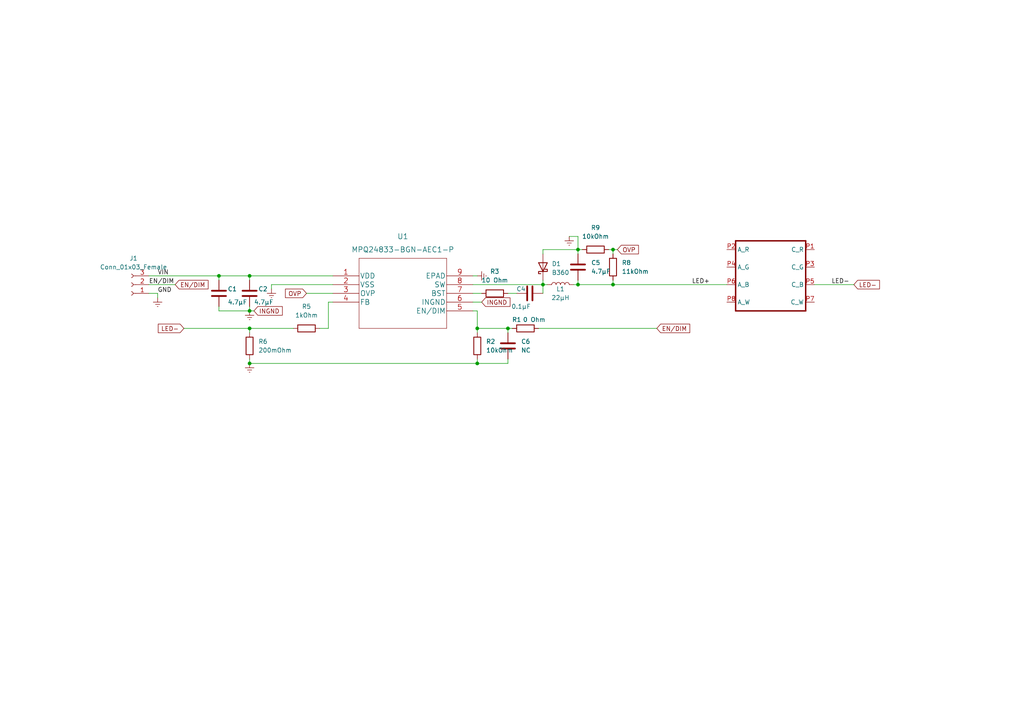
<source format=kicad_sch>
(kicad_sch (version 20211123) (generator eeschema)
  (paper "A4")
  (title_block (title "Driver_Led_FastFlashPlus"))
  (lib_symbols
    (symbol "2022-11-15_15-27-28:MPQ24833-BGN-AEC1-P" (pin_names (offset 0.254))
      (property "Reference" "U1" (at 20.32 11.43 0))
      (property "Value" "MPQ24833-BGN-AEC1-P" (at 20.32 7.62 0))
      (symbol "MPQ24833-BGN-AEC1-P_1_1"
        (polyline (pts (xy 7.62 -15.24) (xy 33.02 -15.24)) (stroke (width 0.127)))
        (polyline (pts (xy 7.62 5.08) (xy 7.62 -15.24)) (stroke (width 0.127)))
        (polyline (pts (xy 33.02 -15.24) (xy 33.02 5.08)) (stroke (width 0.127)))
        (polyline (pts (xy 33.02 5.08) (xy 7.62 5.08)) (stroke (width 0.127)))
        (pin power_in line (at 0 0 0) (length 7.62) (name "VDD") (number "1"))
        (pin power_in line (at 0 -2.54 0) (length 7.62) (name "VSS") (number "2"))
        (pin unspecified line (at 0 -5.08 0) (length 7.62) (name "OVP") (number "3"))
        (pin unspecified line (at 0 -7.62 0) (length 7.62) (name "FB") (number "4"))
        (pin unspecified line (at 40.64 -10.16 180) (length 7.62) (name "EN/DIM") (number "5"))
        (pin power_in line (at 40.64 -7.62 180) (length 7.62) (name "INGND") (number "6"))
        (pin unspecified line (at 40.64 -5.08 180) (length 7.62) (name "BST") (number "7"))
        (pin unspecified line (at 40.64 -2.54 180) (length 7.62) (name "SW") (number "8"))
        (pin power_in line (at 40.64 0 180) (length 7.62) (name "EPAD") (number "9"))
      )
    )
    (symbol "Connector:Conn_01x03_Female" (pin_names (offset 1.016) hide)
      (property "Reference" "J" (at 0 5.08 0))
      (property "Value" "Conn_01x03_Female" (at 0 -5.08 0))
      (symbol "Conn_01x03_Female_1_1"
        (arc (start 0 -2.032) (mid -0.508 -2.54) (end 0 -3.048) (stroke (width 0.1524)))
        (polyline (pts (xy -1.27 -2.54) (xy -0.508 -2.54)) (stroke (width 0.1524)))
        (polyline (pts (xy -1.27 0) (xy -0.508 0)) (stroke (width 0.1524)))
        (polyline (pts (xy -1.27 2.54) (xy -0.508 2.54)) (stroke (width 0.1524)))
        (arc (start 0 0.508) (mid -0.508 0) (end 0 -0.508) (stroke (width 0.1524)))
        (arc (start 0 3.048) (mid -0.508 2.54) (end 0 2.032) (stroke (width 0.1524)))
        (pin passive line (at -5.08 2.54 0) (length 3.81) (name "Pin_1") (number "1"))
        (pin passive line (at -5.08 0 0) (length 3.81) (name "Pin_2") (number "2"))
        (pin passive line (at -5.08 -2.54 0) (length 3.81) (name "Pin_3") (number "3"))
      )
    )
    (symbol "Device:C" (pin_numbers hide) (pin_names (offset 0.254))
      (property "Reference" "C" (at 0.635 2.54 0))
      (property "Value" "C" (at 0.635 -2.54 0))
      (symbol "C_0_1"
        (polyline (pts (xy -2.032 -0.762) (xy 2.032 -0.762)) (stroke (width 0.508)))
        (polyline (pts (xy -2.032 0.762) (xy 2.032 0.762)) (stroke (width 0.508)))
      )
      (symbol "C_1_1"
        (pin passive line (at 0 3.81 270) (length 2.794) (name "~") (number "1"))
        (pin passive line (at 0 -3.81 90) (length 2.794) (name "~") (number "2"))
      )
    )
    (symbol "Device:L" (pin_numbers hide) (pin_names (offset 1.016) hide)
      (property "Reference" "L" (at -1.27 0 90))
      (property "Value" "L" (at 1.905 0 90))
      (symbol "L_0_1"
        (arc (start 0 -2.54) (mid 0.635 -1.905) (end 0 -1.27))
        (arc (start 0 -1.27) (mid 0.635 -0.635) (end 0 0))
        (arc (start 0 0) (mid 0.635 0.635) (end 0 1.27))
        (arc (start 0 1.27) (mid 0.635 1.905) (end 0 2.54))
      )
      (symbol "L_1_1"
        (pin passive line (at 0 3.81 270) (length 1.27) (name "1") (number "1"))
        (pin passive line (at 0 -3.81 90) (length 1.27) (name "2") (number "2"))
      )
    )
    (symbol "Device:R" (pin_numbers hide) (pin_names (offset 0))
      (property "Reference" "R" (at 2.032 0 90))
      (property "Value" "R" (at 0 0 90))
      (symbol "R_0_1"
        (rectangle (start -1.016 -2.54) (end 1.016 2.54) (stroke (width 0.254)))
      )
      (symbol "R_1_1"
        (pin passive line (at 0 3.81 270) (length 1.27) (name "~") (number "1"))
        (pin passive line (at 0 -3.81 90) (length 1.27) (name "~") (number "2"))
      )
    )
    (symbol "Diode:B360" (pin_numbers hide) (pin_names (offset 1.016) hide)
      (property "Reference" "D" (at 0 2.54 0))
      (property "Value" "B360" (at 0 -2.54 0))
      (symbol "B360_0_1"
        (polyline (pts (xy 1.27 0) (xy -1.27 0)))
        (polyline (pts (xy 1.27 1.27) (xy 1.27 -1.27) (xy -1.27 0) (xy 1.27 1.27)) (stroke (width 0.254)))
        (polyline (pts (xy -1.905 0.635) (xy -1.905 1.27) (xy -1.27 1.27) (xy -1.27 -1.27) (xy -0.635 -1.27) (xy -0.635 -0.635)) (stroke (width 0.254)))
      )
      (symbol "B360_1_1"
        (pin passive line (at -3.81 0 0) (length 2.54) (name "K") (number "1"))
        (pin passive line (at 3.81 0 180) (length 2.54) (name "A") (number "2"))
      )
    )
    (symbol "Driver_Led_final-eagle-import:LE_RTDUW_S2WM_DEVICE"
      (symbol "LE_RTDUW_S2WM_DEVICE_1_0"
        (polyline (pts (xy -10.16 -7.62) (xy -10.16 12.7)) (stroke (width 0.4064)))
        (polyline (pts (xy -10.16 12.7) (xy 10.16 12.7)) (stroke (width 0.4064)))
        (polyline (pts (xy 10.16 -7.62) (xy -10.16 -7.62)) (stroke (width 0.4064)))
        (polyline (pts (xy 10.16 12.7) (xy 10.16 -7.62)) (stroke (width 0.4064)))
        (pin input line (at 12.7 10.16 180) (length 2.54) (name "C_R") (number "P1"))
        (pin power_in line (at -12.7 10.16 0) (length 2.54) (name "A_R") (number "P2"))
        (pin bidirectional line (at 12.7 5.08 180) (length 2.54) (name "C_G") (number "P3"))
        (pin power_in line (at -12.7 5.08 0) (length 2.54) (name "A_G") (number "P4"))
        (pin bidirectional line (at 12.7 0 180) (length 2.54) (name "C_B") (number "P5"))
        (pin bidirectional line (at -12.7 0 0) (length 2.54) (name "A_B") (number "P6"))
        (pin bidirectional line (at 12.7 -5.08 180) (length 2.54) (name "C_W") (number "P7"))
        (pin bidirectional line (at -12.7 -5.08 0) (length 2.54) (name "A_W") (number "P8"))
      )
    )
    (symbol "power:Earth" (power) (pin_names (offset 0))
      (symbol "Earth_0_1"
        (polyline (pts (xy -0.635 -1.905) (xy 0.635 -1.905)))
        (polyline (pts (xy -0.127 -2.54) (xy 0.127 -2.54)))
        (polyline (pts (xy 0 -1.27) (xy 0 0)))
        (polyline (pts (xy 1.27 -1.27) (xy -1.27 -1.27)))
      )
      (symbol "Earth_1_1"
        (pin power_in line (at 0 0 270) (length 0) hide (name "Earth") (number "1"))
      )
    )
  )
  (junction (at 72.39 105.41))
  (junction (at 72.39 80.01))
  (junction (at 72.39 90.17))
  (junction (at 147.32 95.25))
  (junction (at 177.8 82.55))
  (junction (at 138.43 95.25))
  (junction (at 167.64 72.39))
  (junction (at 72.39 95.25))
  (junction (at 177.8 72.39))
  (junction (at 167.64 82.55))
  (junction (at 63.5 80.01))
  (junction (at 157.48 82.55))
  (junction (at 138.43 105.41))
  (wire (pts (xy 138.43 90.17) (xy 138.43 95.25)))
  (wire (pts (xy 96.52 82.55) (xy 78.74 82.55)))
  (wire (pts (xy 177.8 82.55) (xy 210.82 82.55)))
  (wire (pts (xy 43.18 80.01) (xy 63.5 80.01)))
  (wire (pts (xy 53.34 95.25) (xy 72.39 95.25)))
  (wire (pts (xy 167.64 72.39) (xy 167.64 73.66)))
  (wire (pts (xy 167.64 72.39) (xy 168.91 72.39)))
  (wire (pts (xy 78.74 82.55) (xy 78.74 83.82)))
  (wire (pts (xy 63.5 80.01) (xy 72.39 80.01)))
  (wire (pts (xy 72.39 80.01) (xy 96.52 80.01)))
  (wire (pts (xy 157.48 81.28) (xy 157.48 82.55)))
  (wire (pts (xy 147.32 105.41) (xy 147.32 104.14)))
  (wire (pts (xy 177.8 72.39) (xy 179.07 72.39)))
  (wire (pts (xy 45.72 85.09) (xy 45.72 86.36)))
  (wire (pts (xy 43.18 85.09) (xy 45.72 85.09)))
  (wire (pts (xy 72.39 104.14) (xy 72.39 105.41)))
  (wire (pts (xy 137.16 90.17) (xy 138.43 90.17)))
  (wire (pts (xy 137.16 87.63) (xy 139.7 87.63)))
  (wire (pts (xy 88.9 85.09) (xy 96.52 85.09)))
  (wire (pts (xy 167.64 82.55) (xy 177.8 82.55)))
  (wire (pts (xy 166.37 82.55) (xy 167.64 82.55)))
  (wire (pts (xy 137.16 82.55) (xy 157.48 82.55)))
  (wire (pts (xy 63.5 90.17) (xy 72.39 90.17)))
  (wire (pts (xy 177.8 81.28) (xy 177.8 82.55)))
  (wire (pts (xy 63.5 88.9) (xy 63.5 90.17)))
  (wire (pts (xy 157.48 73.66) (xy 157.48 72.39)))
  (wire (pts (xy 147.32 95.25) (xy 147.32 96.52)))
  (wire (pts (xy 236.22 82.55) (xy 247.65 82.55)))
  (wire (pts (xy 147.32 95.25) (xy 148.59 95.25)))
  (wire (pts (xy 156.21 95.25) (xy 190.5 95.25)))
  (wire (pts (xy 167.64 68.58) (xy 167.64 72.39)))
  (wire (pts (xy 177.8 73.66) (xy 177.8 72.39)))
  (wire (pts (xy 92.71 95.25) (xy 95.25 95.25)))
  (wire (pts (xy 95.25 87.63) (xy 96.52 87.63)))
  (wire (pts (xy 72.39 80.01) (xy 72.39 81.28)))
  (wire (pts (xy 138.43 95.25) (xy 147.32 95.25)))
  (wire (pts (xy 157.48 82.55) (xy 157.48 85.09)))
  (wire (pts (xy 177.8 72.39) (xy 176.53 72.39)))
  (wire (pts (xy 63.5 80.01) (xy 63.5 81.28)))
  (wire (pts (xy 138.43 104.14) (xy 138.43 105.41)))
  (wire (pts (xy 137.16 85.09) (xy 139.7 85.09)))
  (wire (pts (xy 165.1 68.58) (xy 167.64 68.58)))
  (wire (pts (xy 138.43 95.25) (xy 138.43 96.52)))
  (wire (pts (xy 157.48 82.55) (xy 158.75 82.55)))
  (wire (pts (xy 137.16 80.01) (xy 138.43 80.01)))
  (wire (pts (xy 147.32 85.09) (xy 149.86 85.09)))
  (wire (pts (xy 95.25 95.25) (xy 95.25 87.63)))
  (wire (pts (xy 72.39 95.25) (xy 72.39 96.52)))
  (wire (pts (xy 72.39 90.17) (xy 73.66 90.17)))
  (wire (pts (xy 138.43 105.41) (xy 147.32 105.41)))
  (wire (pts (xy 72.39 105.41) (xy 138.43 105.41)))
  (wire (pts (xy 157.48 72.39) (xy 167.64 72.39)))
  (wire (pts (xy 72.39 88.9) (xy 72.39 90.17)))
  (wire (pts (xy 72.39 95.25) (xy 85.09 95.25)))
  (wire (pts (xy 167.64 81.28) (xy 167.64 82.55)))
  (wire (pts (xy 43.18 82.55) (xy 50.8 82.55)))
  (label "LED-" (at 246.38 82.55 180))
  (label "GND" (at 45.72 85.09 0))
  (label "EN{slash}DIM" (at 43.18 82.55 0))
  (label "LED+" (at 200.66 82.55 0))
  (label "VIN" (at 45.72 80.01 0))
  (global_label "OVP" (shape input) (at 179.07 72.39 0) (property "Références Inter-Feuilles" "${INTERSHEET_REFS}" (effects hide)))
  (global_label "INGND" (shape input) (at 139.7 87.63 0) (property "Références Inter-Feuilles" "${INTERSHEET_REFS}" (effects hide)))
  (global_label "LED-" (shape input) (at 53.34 95.25 180) (property "Références Inter-Feuilles" "${INTERSHEET_REFS}" (effects hide)))
  (global_label "INGND" (shape input) (at 73.66 90.17 0) (property "Références Inter-Feuilles" "${INTERSHEET_REFS}" (effects hide)))
  (global_label "EN{slash}DIM" (shape input) (at 190.5 95.25 0) (property "Références Inter-Feuilles" "${INTERSHEET_REFS}" (effects hide)))
  (global_label "OVP" (shape input) (at 88.9 85.09 180) (property "Références Inter-Feuilles" "${INTERSHEET_REFS}" (effects hide)))
  (global_label "LED-" (shape input) (at 247.65 82.55 0) (property "Références Inter-Feuilles" "${INTERSHEET_REFS}" (effects hide)))
  (global_label "EN{slash}DIM" (shape input) (at 50.8 82.55 0) (property "Références Inter-Feuilles" "${INTERSHEET_REFS}" (effects hide)))
  (symbol (lib_id "2022-11-15_15-27-28:MPQ24833-BGN-AEC1-P") (at 96.52 80.01 0) (unit 1)
    (property "Reference" "U1" (at 116.84 68.58 0) (effects (font (size 1.524 1.524))))
    (property "Value" "MPQ24833-BGN-AEC1-P" (at 116.84 72.39 0) (effects (font (size 1.524 1.524))))
    (property "Footprint" "Package_SO:SOIC-8-1EP_3.9x4.9mm_P1.27mm_EP2.29x3mm" (effects hide))
  )
  (symbol (lib_id "power:Earth") (at 138.43 80.01 90) (mirror x) (unit 1)
    (property "Reference" "#PWR0105" (effects hide))
    (property "Value" "Earth" (effects hide))
  )
  (symbol (lib_id "Diode:B360") (at 157.48 77.47 90) (unit 1)
    (property "Reference" "D1" (at 160.02 76.5174 90) (effects (justify right)))
    (property "Value" "B360" (at 160.02 79.0574 90) (effects (justify right)))
    (property "Footprint" "Diode_SMD:D_SMC" (effects hide))
    (property "Datasheet" "http://www.jameco.com/Jameco/Products/ProdDS/1538777.pdf" (effects hide))
  )
  (symbol (lib_id "Device:L") (at 162.56 82.55 90) (unit 1)
    (property "Reference" "L1" (at 162.56 83.82 90))
    (property "Value" "22µH" (at 162.56 86.36 90))
    (property "Footprint" "footprints:7847709220" (effects hide))
  )
  (symbol (lib_id "Device:C") (at 72.39 85.09 0) (unit 1)
    (property "Reference" "C2" (at 74.93 83.82 0) (effects (justify left)))
    (property "Value" "4.7µF" (at 73.66 87.63 0) (effects (justify left)))
    (property "Footprint" "Capacitor_SMD:CP_Elec_5x5.4" (effects hide))
  )
  (symbol (lib_id "Device:R") (at 143.51 85.09 270) (unit 1)
    (property "Reference" "R3" (at 143.51 78.74 90))
    (property "Value" "10 Ohm" (at 143.51 81.28 90))
    (property "Footprint" "Resistor_SMD:R_0603_1608Metric_Pad0.98x0.95mm_HandSolder" (effects hide))
  )
  (symbol (lib_id "power:Earth") (at 72.39 105.41 0) (unit 1)
    (property "Reference" "#PWR0101" (effects hide))
    (property "Value" "Earth" (effects hide))
  )
  (symbol (lib_id "power:Earth") (at 45.72 86.36 0) (unit 1)
    (property "Reference" "#PWR0103" (effects hide))
    (property "Value" "Earth" (effects hide))
  )
  (symbol (lib_id "Device:C") (at 63.5 85.09 0) (unit 1)
    (property "Reference" "C1" (at 66.04 83.82 0) (effects (justify left)))
    (property "Value" "4.7µF" (at 66.04 87.63 0) (effects (justify left)))
    (property "Footprint" "Capacitor_SMD:CP_Elec_5x5.4" (effects hide))
  )
  (symbol (lib_id "Device:R") (at 152.4 95.25 90) (unit 1)
    (property "Reference" "R1" (at 149.86 92.71 90))
    (property "Value" "0 Ohm" (at 154.94 92.71 90))
    (property "Footprint" "Resistor_SMD:R_0603_1608Metric_Pad0.98x0.95mm_HandSolder" (effects hide))
  )
  (symbol (lib_id "Device:R") (at 138.43 100.33 180) (unit 1)
    (property "Reference" "R2" (at 140.97 99.0599 0) (effects (justify right)))
    (property "Value" "10kOhm" (at 140.97 101.5999 0) (effects (justify right)))
    (property "Footprint" "Resistor_SMD:R_0603_1608Metric_Pad0.98x0.95mm_HandSolder" (effects hide))
  )
  (symbol (lib_id "power:Earth") (at 165.1 68.58 0) (unit 1)
    (property "Reference" "#PWR0104" (effects hide))
    (property "Value" "Earth" (effects hide))
  )
  (symbol (lib_id "Device:R") (at 172.72 72.39 270) (unit 1)
    (property "Reference" "R9" (at 172.72 66.04 90))
    (property "Value" "10kOhm" (at 172.72 68.58 90))
    (property "Footprint" "Resistor_SMD:R_0603_1608Metric_Pad0.98x0.95mm_HandSolder" (effects hide))
  )
  (symbol (lib_id "Device:R") (at 72.39 100.33 180) (unit 1)
    (property "Reference" "R6" (at 74.93 99.0599 0) (effects (justify right)))
    (property "Value" "200mOhm" (at 74.93 101.5999 0) (effects (justify right)))
    (property "Footprint" "Resistor_SMD:R_2010_5025Metric_Pad1.40x2.65mm_HandSolder" (effects hide))
  )
  (symbol (lib_id "Connector:Conn_01x03_Female") (at 38.1 82.55 180) (unit 1)
    (property "Reference" "J1" (at 38.735 74.93 0))
    (property "Value" "Conn_01x03_Female" (at 38.735 77.47 0))
    (property "Footprint" "Connector_JST:JST_EH_B3B-EH-A_1x03_P2.50mm_Vertical" (effects hide))
  )
  (symbol (lib_id "Device:C") (at 153.67 85.09 90) (unit 1)
    (property "Reference" "C4" (at 151.13 83.82 90))
    (property "Value" "0.1µF" (at 151.13 88.9 90))
    (property "Footprint" "Capacitor_SMD:C_0201_0603Metric_Pad0.64x0.40mm_HandSolder" (effects hide))
  )
  (symbol (lib_id "Device:R") (at 88.9 95.25 270) (unit 1)
    (property "Reference" "R5" (at 88.9 88.9 90))
    (property "Value" "1kOhm" (at 88.9 91.44 90))
    (property "Footprint" "Resistor_SMD:R_0603_1608Metric_Pad0.98x0.95mm_HandSolder" (effects hide))
  )
  (symbol (lib_id "Device:C") (at 147.32 100.33 0) (unit 1)
    (property "Reference" "C6" (at 151.13 99.0599 0) (effects (justify left)))
    (property "Value" "NC" (at 151.13 101.5999 0) (effects (justify left)))
    (property "Footprint" "Capacitor_SMD:C_0201_0603Metric_Pad0.64x0.40mm_HandSolder" (effects hide))
  )
  (symbol (lib_id "power:Earth") (at 72.39 90.17 0) (unit 1)
    (property "Reference" "#PWR0106" (effects hide))
    (property "Value" "Earth" (effects hide))
  )
  (symbol (lib_id "Device:R") (at 177.8 77.47 180) (unit 1)
    (property "Reference" "R8" (at 180.34 76.1999 0) (effects (justify right)))
    (property "Value" "11kOhm" (at 180.34 78.7399 0) (effects (justify right)))
    (property "Footprint" "Resistor_SMD:R_0603_1608Metric_Pad0.98x0.95mm_HandSolder" (effects hide))
  )
  (symbol (lib_id "Device:C") (at 167.64 77.47 180) (unit 1)
    (property "Reference" "C5" (at 171.45 76.1999 0) (effects (justify right)))
    (property "Value" "4.7µF" (at 171.45 78.7399 0) (effects (justify right)))
    (property "Footprint" "Capacitor_SMD:CP_Elec_5x5.4" (effects hide))
  )
  (symbol (lib_id "power:Earth") (at 78.74 83.82 0) (unit 1)
    (property "Reference" "#PWR0102" (effects hide))
    (property "Value" "Earth" (effects hide))
  )
  (symbol (lib_id "Driver_Led_final-eagle-import:LE_RTDUW_S2WM_DEVICE") (at 223.52 82.55 0) (unit 1)
    (property "Reference" "U$1" (effects hide))
    (property "Value" "LE_RTDUW_S2WM_DEVICE" (effects hide))
    (property "Footprint" "footprints:LERTDUWS2WMJBLA1LBMAP4V5APMBNACQ" (effects hide))
  )
)
</source>
